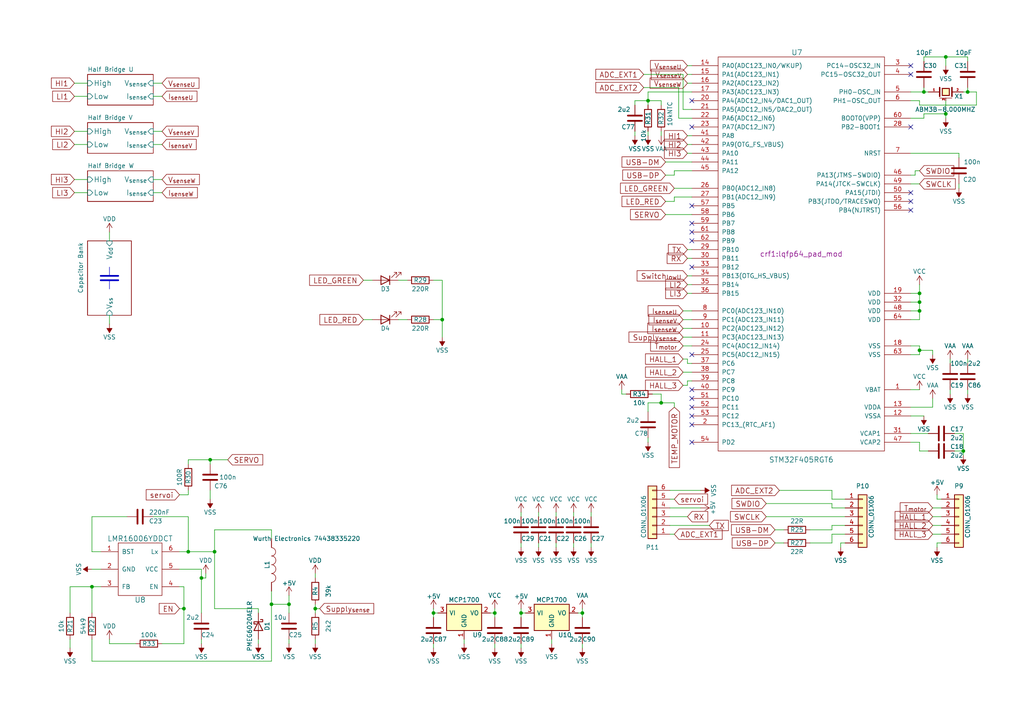
<source format=kicad_sch>
(kicad_sch (version 20230121) (generator eeschema)
  (paper "A4")
  (junction (at 26.67 170.18))
  (junction (at 60.96 133.35))
  (junction (at 54.61 160.02))
  (junction (at 274.32 33.02))
  (junction (at 280.67 26.67))
  (junction (at 53.34 176.53))
  (junction (at 125.73 177.8))
  (junction (at 58.42 167.64))
  (junction (at 62.23 160.02))
  (junction (at 78.74 175.26))
  (junction (at 128.27 92.71))
  (junction (at 274.32 16.51))
  (junction (at 266.7 85.09))
  (junction (at 187.96 29.21))
  (junction (at 191.77 116.84))
  (junction (at 267.97 26.67))
  (junction (at 83.82 175.26))
  (junction (at 151.13 177.8))
  (junction (at 266.7 101.6))
  (junction (at 168.91 177.8))
  (junction (at 279.4 130.81))
  (junction (at 91.44 176.53))
  (junction (at 266.7 90.17))
  (junction (at 143.51 177.8))
  (junction (at 266.7 87.63))
  (no_connect (at 264.16 58.42))
  (no_connect (at 200.66 118.11))
  (no_connect (at 200.66 113.03))
  (no_connect (at 200.66 67.31))
  (no_connect (at 200.66 123.19))
  (no_connect (at 200.66 59.69))
  (no_connect (at 264.16 19.05))
  (no_connect (at 200.66 36.83))
  (no_connect (at 200.66 69.85))
  (no_connect (at 264.16 36.83))
  (no_connect (at 200.66 29.21))
  (no_connect (at 200.66 115.57))
  (no_connect (at 200.66 102.87))
  (no_connect (at 200.66 64.77))
  (no_connect (at 264.16 55.88))
  (no_connect (at 200.66 128.27))
  (no_connect (at 264.16 21.59))
  (no_connect (at 200.66 120.65))
  (no_connect (at 264.16 60.96))
  (no_connect (at 200.66 77.47))
  (wire (pts (xy 196.85 34.29) (xy 200.66 34.29)))
  (wire (pts (xy 31.75 91.44) (xy 31.75 93.98)))
  (wire (pts (xy 274.32 33.02) (xy 274.32 29.21)))
  (wire (pts (xy 199.39 82.55) (xy 200.66 82.55)))
  (wire (pts (xy 194.31 147.32) (xy 203.2 147.32)))
  (wire (pts (xy 267.97 34.29) (xy 267.97 33.02)))
  (wire (pts (xy 243.84 157.48) (xy 245.11 157.48)))
  (wire (pts (xy 36.83 149.86) (xy 26.67 149.86)))
  (wire (pts (xy 266.7 53.34) (xy 264.16 53.34)))
  (wire (pts (xy 26.67 160.02) (xy 29.21 160.02)))
  (wire (pts (xy 271.78 157.48) (xy 271.78 158.75)))
  (wire (pts (xy 226.06 142.24) (xy 241.3 142.24)))
  (wire (pts (xy 31.75 186.69) (xy 39.37 186.69)))
  (wire (pts (xy 222.25 146.05) (xy 241.3 146.05)))
  (wire (pts (xy 264.16 87.63) (xy 266.7 87.63)))
  (wire (pts (xy 166.37 148.59) (xy 166.37 149.86)))
  (wire (pts (xy 134.62 185.42) (xy 134.62 186.69)))
  (wire (pts (xy 60.96 133.35) (xy 66.04 133.35)))
  (wire (pts (xy 199.39 105.41) (xy 200.66 105.41)))
  (wire (pts (xy 198.12 104.14) (xy 199.39 104.14)))
  (wire (pts (xy 266.7 49.53) (xy 265.43 49.53)))
  (wire (pts (xy 83.82 186.69) (xy 83.82 185.42)))
  (wire (pts (xy 199.39 80.01) (xy 200.66 80.01)))
  (wire (pts (xy 264.16 34.29) (xy 267.97 34.29)))
  (wire (pts (xy 58.42 167.64) (xy 58.42 165.1)))
  (wire (pts (xy 53.34 186.69) (xy 46.99 186.69)))
  (wire (pts (xy 161.29 157.48) (xy 161.29 158.75)))
  (wire (pts (xy 125.73 92.71) (xy 128.27 92.71)))
  (wire (pts (xy 199.39 39.37) (xy 200.66 39.37)))
  (wire (pts (xy 92.71 176.53) (xy 91.44 176.53)))
  (wire (pts (xy 31.75 67.31) (xy 31.75 69.85)))
  (wire (pts (xy 194.31 144.78) (xy 195.58 144.78)))
  (wire (pts (xy 91.44 167.64) (xy 91.44 166.37)))
  (wire (pts (xy 53.34 170.18) (xy 52.07 170.18)))
  (wire (pts (xy 266.7 87.63) (xy 266.7 90.17)))
  (wire (pts (xy 184.15 29.21) (xy 187.96 29.21)))
  (wire (pts (xy 151.13 186.69) (xy 151.13 187.96)))
  (wire (pts (xy 54.61 143.51) (xy 54.61 142.24)))
  (wire (pts (xy 280.67 26.67) (xy 279.4 26.67)))
  (wire (pts (xy 168.91 176.53) (xy 168.91 177.8)))
  (wire (pts (xy 60.96 144.78) (xy 60.96 142.24)))
  (wire (pts (xy 234.95 153.67) (xy 241.3 153.67)))
  (wire (pts (xy 21.59 55.88) (xy 25.4 55.88)))
  (wire (pts (xy 83.82 172.72) (xy 83.82 175.26)))
  (wire (pts (xy 143.51 176.53) (xy 143.51 177.8)))
  (wire (pts (xy 264.16 102.87) (xy 266.7 102.87)))
  (wire (pts (xy 195.58 57.15) (xy 200.66 57.15)))
  (wire (pts (xy 270.51 101.6) (xy 270.51 102.87)))
  (wire (pts (xy 199.39 74.93) (xy 200.66 74.93)))
  (wire (pts (xy 266.7 101.6) (xy 266.7 100.33)))
  (wire (pts (xy 20.32 170.18) (xy 20.32 177.8)))
  (wire (pts (xy 266.7 128.27) (xy 266.7 130.81)))
  (wire (pts (xy 60.96 133.35) (xy 60.96 134.62)))
  (wire (pts (xy 44.45 38.1) (xy 46.99 38.1)))
  (wire (pts (xy 283.21 30.48) (xy 283.21 26.67)))
  (polyline (pts (xy 29.21 80.01) (xy 34.29 80.01)) (stroke (width 0.5)))
  (wire (pts (xy 283.21 26.67) (xy 280.67 26.67)))
  (wire (pts (xy 264.16 128.27) (xy 266.7 128.27)))
  (wire (pts (xy 194.31 152.4) (xy 205.74 152.4)))
  (wire (pts (xy 199.39 111.76) (xy 199.39 110.49)))
  (wire (pts (xy 54.61 149.86) (xy 54.61 160.02)))
  (wire (pts (xy 125.73 81.28) (xy 128.27 81.28)))
  (wire (pts (xy 44.45 149.86) (xy 54.61 149.86)))
  (wire (pts (xy 118.11 81.28) (xy 115.57 81.28)))
  (wire (pts (xy 53.34 176.53) (xy 53.34 186.69)))
  (wire (pts (xy 191.77 116.84) (xy 187.96 116.84)))
  (wire (pts (xy 187.96 26.67) (xy 187.96 29.21)))
  (wire (pts (xy 264.16 120.65) (xy 267.97 120.65)))
  (wire (pts (xy 21.59 24.13) (xy 25.4 24.13)))
  (wire (pts (xy 266.7 101.6) (xy 270.51 101.6)))
  (wire (pts (xy 270.51 118.11) (xy 270.51 115.57)))
  (wire (pts (xy 199.39 110.49) (xy 200.66 110.49)))
  (wire (pts (xy 274.32 34.29) (xy 274.32 33.02)))
  (wire (pts (xy 264.16 125.73) (xy 269.24 125.73)))
  (wire (pts (xy 279.4 130.81) (xy 279.4 132.08)))
  (wire (pts (xy 198.12 111.76) (xy 199.39 111.76)))
  (wire (pts (xy 107.95 92.71) (xy 105.41 92.71)))
  (wire (pts (xy 280.67 25.4) (xy 280.67 26.67)))
  (wire (pts (xy 160.02 185.42) (xy 160.02 186.69)))
  (wire (pts (xy 241.3 157.48) (xy 241.3 154.94)))
  (wire (pts (xy 224.79 157.48) (xy 227.33 157.48)))
  (wire (pts (xy 267.97 26.67) (xy 269.24 26.67)))
  (wire (pts (xy 58.42 165.1) (xy 52.07 165.1)))
  (wire (pts (xy 58.42 177.8) (xy 58.42 167.64)))
  (wire (pts (xy 125.73 176.53) (xy 125.73 177.8)))
  (wire (pts (xy 276.86 125.73) (xy 279.4 125.73)))
  (wire (pts (xy 52.07 160.02) (xy 54.61 160.02)))
  (wire (pts (xy 166.37 157.48) (xy 166.37 158.75)))
  (wire (pts (xy 199.39 104.14) (xy 199.39 105.41)))
  (wire (pts (xy 199.39 85.09) (xy 200.66 85.09)))
  (wire (pts (xy 83.82 175.26) (xy 78.74 175.26)))
  (wire (pts (xy 264.16 90.17) (xy 266.7 90.17)))
  (wire (pts (xy 26.67 170.18) (xy 29.21 170.18)))
  (wire (pts (xy 264.16 118.11) (xy 270.51 118.11)))
  (wire (pts (xy 266.7 113.03) (xy 264.16 113.03)))
  (wire (pts (xy 222.25 149.86) (xy 245.11 149.86)))
  (wire (pts (xy 168.91 186.69) (xy 168.91 187.96)))
  (wire (pts (xy 273.05 144.78) (xy 271.78 144.78)))
  (wire (pts (xy 241.3 146.05) (xy 241.3 147.32)))
  (wire (pts (xy 161.29 148.59) (xy 161.29 149.86)))
  (wire (pts (xy 264.16 26.67) (xy 267.97 26.67)))
  (wire (pts (xy 266.7 130.81) (xy 269.24 130.81)))
  (wire (pts (xy 44.45 52.07) (xy 46.99 52.07)))
  (wire (pts (xy 156.21 157.48) (xy 156.21 158.75)))
  (wire (pts (xy 280.67 16.51) (xy 280.67 17.78)))
  (wire (pts (xy 234.95 157.48) (xy 241.3 157.48)))
  (wire (pts (xy 270.51 152.4) (xy 273.05 152.4)))
  (wire (pts (xy 191.77 38.1) (xy 191.77 39.37)))
  (wire (pts (xy 198.12 92.71) (xy 200.66 92.71)))
  (wire (pts (xy 198.12 97.79) (xy 200.66 97.79)))
  (wire (pts (xy 142.24 177.8) (xy 143.51 177.8)))
  (wire (pts (xy 91.44 177.8) (xy 91.44 176.53)))
  (wire (pts (xy 168.91 177.8) (xy 167.64 177.8)))
  (wire (pts (xy 26.67 185.42) (xy 26.67 191.77)))
  (wire (pts (xy 195.58 116.84) (xy 191.77 116.84)))
  (wire (pts (xy 107.95 81.28) (xy 105.41 81.28)))
  (wire (pts (xy 78.74 153.67) (xy 62.23 153.67)))
  (wire (pts (xy 54.61 160.02) (xy 62.23 160.02)))
  (wire (pts (xy 265.43 49.53) (xy 265.43 50.8)))
  (wire (pts (xy 195.58 54.61) (xy 200.66 54.61)))
  (wire (pts (xy 195.58 50.8) (xy 195.58 49.53)))
  (wire (pts (xy 52.07 143.51) (xy 54.61 143.51)))
  (wire (pts (xy 280.67 104.14) (xy 280.67 105.41)))
  (wire (pts (xy 191.77 114.3) (xy 191.77 116.84)))
  (wire (pts (xy 20.32 170.18) (xy 26.67 170.18)))
  (wire (pts (xy 191.77 29.21) (xy 191.77 30.48)))
  (wire (pts (xy 53.34 170.18) (xy 53.34 176.53)))
  (wire (pts (xy 195.58 58.42) (xy 195.58 57.15)))
  (wire (pts (xy 193.04 62.23) (xy 200.66 62.23)))
  (wire (pts (xy 270.51 154.94) (xy 273.05 154.94)))
  (wire (pts (xy 62.23 153.67) (xy 62.23 160.02)))
  (wire (pts (xy 193.04 46.99) (xy 200.66 46.99)))
  (wire (pts (xy 44.45 27.94) (xy 46.99 27.94)))
  (wire (pts (xy 266.7 90.17) (xy 266.7 92.71)))
  (wire (pts (xy 59.69 167.64) (xy 58.42 167.64)))
  (wire (pts (xy 151.13 157.48) (xy 151.13 158.75)))
  (wire (pts (xy 125.73 177.8) (xy 127 177.8)))
  (wire (pts (xy 198.12 100.33) (xy 200.66 100.33)))
  (wire (pts (xy 74.93 186.69) (xy 74.93 185.42)))
  (wire (pts (xy 199.39 44.45) (xy 200.66 44.45)))
  (wire (pts (xy 264.16 29.21) (xy 266.7 29.21)))
  (wire (pts (xy 156.21 148.59) (xy 156.21 149.86)))
  (wire (pts (xy 266.7 85.09) (xy 264.16 85.09)))
  (wire (pts (xy 241.3 142.24) (xy 241.3 144.78)))
  (wire (pts (xy 128.27 81.28) (xy 128.27 92.71)))
  (wire (pts (xy 125.73 177.8) (xy 125.73 179.07)))
  (wire (pts (xy 91.44 176.53) (xy 91.44 175.26)))
  (wire (pts (xy 187.96 29.21) (xy 191.77 29.21)))
  (wire (pts (xy 189.23 114.3) (xy 191.77 114.3)))
  (wire (pts (xy 241.3 144.78) (xy 245.11 144.78)))
  (wire (pts (xy 21.59 27.94) (xy 25.4 27.94)))
  (wire (pts (xy 26.67 170.18) (xy 26.67 177.8)))
  (wire (pts (xy 187.96 38.1) (xy 187.96 39.37)))
  (wire (pts (xy 270.51 147.32) (xy 273.05 147.32)))
  (wire (pts (xy 59.69 166.37) (xy 59.69 167.64)))
  (wire (pts (xy 199.39 24.13) (xy 200.66 24.13)))
  (wire (pts (xy 266.7 102.87) (xy 266.7 101.6)))
  (wire (pts (xy 194.31 154.94) (xy 195.58 154.94)))
  (wire (pts (xy 270.51 149.86) (xy 273.05 149.86)))
  (wire (pts (xy 266.7 92.71) (xy 264.16 92.71)))
  (wire (pts (xy 186.69 25.4) (xy 196.85 25.4)))
  (wire (pts (xy 198.12 90.17) (xy 200.66 90.17)))
  (wire (pts (xy 44.45 41.91) (xy 46.99 41.91)))
  (wire (pts (xy 151.13 177.8) (xy 151.13 179.07)))
  (wire (pts (xy 265.43 50.8) (xy 264.16 50.8)))
  (wire (pts (xy 143.51 177.8) (xy 143.51 179.07)))
  (wire (pts (xy 241.3 147.32) (xy 245.11 147.32)))
  (wire (pts (xy 168.91 177.8) (xy 168.91 179.07)))
  (wire (pts (xy 199.39 72.39) (xy 200.66 72.39)))
  (wire (pts (xy 193.04 58.42) (xy 195.58 58.42)))
  (wire (pts (xy 78.74 191.77) (xy 78.74 175.26)))
  (wire (pts (xy 151.13 177.8) (xy 152.4 177.8)))
  (wire (pts (xy 273.05 157.48) (xy 271.78 157.48)))
  (wire (pts (xy 278.13 54.61) (xy 278.13 53.34)))
  (wire (pts (xy 78.74 153.67) (xy 78.74 156.21)))
  (wire (pts (xy 195.58 49.53) (xy 200.66 49.53)))
  (wire (pts (xy 274.32 19.05) (xy 274.32 16.51)))
  (wire (pts (xy 280.67 113.03) (xy 280.67 114.3)))
  (wire (pts (xy 21.59 52.07) (xy 25.4 52.07)))
  (wire (pts (xy 279.4 130.81) (xy 276.86 130.81)))
  (wire (pts (xy 194.31 149.86) (xy 199.39 149.86)))
  (wire (pts (xy 180.34 114.3) (xy 181.61 114.3)))
  (wire (pts (xy 199.39 19.05) (xy 200.66 19.05)))
  (wire (pts (xy 275.59 113.03) (xy 275.59 114.3)))
  (wire (pts (xy 171.45 148.59) (xy 171.45 149.86)))
  (wire (pts (xy 278.13 44.45) (xy 278.13 45.72)))
  (wire (pts (xy 266.7 82.55) (xy 266.7 85.09)))
  (polyline (pts (xy 29.21 81.28) (xy 34.29 81.28)) (stroke (width 0.5)))
  (wire (pts (xy 184.15 30.48) (xy 184.15 29.21)))
  (wire (pts (xy 20.32 187.96) (xy 20.32 185.42)))
  (wire (pts (xy 198.12 107.95) (xy 200.66 107.95)))
  (wire (pts (xy 278.13 44.45) (xy 264.16 44.45)))
  (wire (pts (xy 83.82 175.26) (xy 83.82 177.8)))
  (wire (pts (xy 44.45 55.88) (xy 46.99 55.88)))
  (wire (pts (xy 91.44 186.69) (xy 91.44 185.42)))
  (wire (pts (xy 187.96 127) (xy 187.96 128.27)))
  (wire (pts (xy 187.96 26.67) (xy 200.66 26.67)))
  (wire (pts (xy 78.74 175.26) (xy 78.74 171.45)))
  (wire (pts (xy 193.04 50.8) (xy 195.58 50.8)))
  (polyline (pts (xy 31.75 77.47) (xy 31.75 80.01)))
  (polyline (pts (xy 31.75 81.28) (xy 31.75 83.82)))
  (wire (pts (xy 21.59 38.1) (xy 25.4 38.1)))
  (wire (pts (xy 195.58 118.11) (xy 195.58 116.84)))
  (wire (pts (xy 52.07 176.53) (xy 53.34 176.53)))
  (wire (pts (xy 115.57 92.71) (xy 118.11 92.71)))
  (wire (pts (xy 199.39 21.59) (xy 200.66 21.59)))
  (wire (pts (xy 266.7 85.09) (xy 266.7 87.63)))
  (wire (pts (xy 267.97 16.51) (xy 274.32 16.51)))
  (wire (pts (xy 151.13 176.53) (xy 151.13 177.8)))
  (wire (pts (xy 54.61 133.35) (xy 54.61 134.62)))
  (wire (pts (xy 198.12 21.59) (xy 198.12 31.75)))
  (wire (pts (xy 199.39 41.91) (xy 200.66 41.91)))
  (wire (pts (xy 267.97 33.02) (xy 274.32 33.02)))
  (wire (pts (xy 184.15 39.37) (xy 184.15 38.1)))
  (wire (pts (xy 198.12 95.25) (xy 200.66 95.25)))
  (wire (pts (xy 54.61 133.35) (xy 60.96 133.35)))
  (wire (pts (xy 267.97 17.78) (xy 267.97 16.51)))
  (wire (pts (xy 180.34 113.03) (xy 180.34 114.3)))
  (wire (pts (xy 26.67 191.77) (xy 78.74 191.77)))
  (wire (pts (xy 241.3 152.4) (xy 245.11 152.4)))
  (wire (pts (xy 171.45 157.48) (xy 171.45 158.75)))
  (wire (pts (xy 224.79 153.67) (xy 227.33 153.67)))
  (wire (pts (xy 26.67 165.1) (xy 29.21 165.1)))
  (wire (pts (xy 26.67 149.86) (xy 26.67 160.02)))
  (wire (pts (xy 186.69 21.59) (xy 198.12 21.59)))
  (wire (pts (xy 143.51 186.69) (xy 143.51 187.96)))
  (wire (pts (xy 31.75 185.42) (xy 31.75 186.69)))
  (wire (pts (xy 128.27 97.79) (xy 128.27 92.71)))
  (wire (pts (xy 74.93 176.53) (xy 62.23 176.53)))
  (wire (pts (xy 74.93 177.8) (xy 74.93 176.53)))
  (wire (pts (xy 194.31 142.24) (xy 203.2 142.24)))
  (wire (pts (xy 241.3 153.67) (xy 241.3 152.4)))
  (wire (pts (xy 187.96 116.84) (xy 187.96 119.38)))
  (wire (pts (xy 62.23 160.02) (xy 62.23 176.53)))
  (wire (pts (xy 266.7 30.48) (xy 283.21 30.48)))
  (wire (pts (xy 241.3 154.94) (xy 245.11 154.94)))
  (wire (pts (xy 266.7 29.21) (xy 266.7 30.48)))
  (wire (pts (xy 198.12 31.75) (xy 200.66 31.75)))
  (wire (pts (xy 274.32 16.51) (xy 280.67 16.51)))
  (wire (pts (xy 279.4 125.73) (xy 279.4 130.81)))
  (wire (pts (xy 243.84 158.75) (xy 243.84 157.48)))
  (wire (pts (xy 58.42 186.69) (xy 58.42 185.42)))
  (wire (pts (xy 44.45 24.13) (xy 46.99 24.13)))
  (wire (pts (xy 151.13 148.59) (xy 151.13 149.86)))
  (wire (pts (xy 267.97 25.4) (xy 267.97 26.67)))
  (wire (pts (xy 21.59 41.91) (xy 25.4 41.91)))
  (wire (pts (xy 187.96 29.21) (xy 187.96 30.48)))
  (wire (pts (xy 271.78 144.78) (xy 271.78 143.51)))
  (wire (pts (xy 275.59 104.14) (xy 275.59 105.41)))
  (wire (pts (xy 266.7 100.33) (xy 264.16 100.33)))
  (wire (pts (xy 196.85 25.4) (xy 196.85 34.29)))
  (wire (pts (xy 125.73 187.96) (xy 125.73 186.69)))
  (global_label "RX" (shape input) (at 199.39 74.93 180) (effects (font (size 1.524 1.524))) (property "Intersheetrefs" "${INTERSHEET_REFS}" (effects hide)))
  (global_label "HALL_3" (shape input) (at 198.12 111.76 180) (effects (font (size 1.524 1.524))) (property "Intersheetrefs" "${INTERSHEET_REFS}" (effects hide)))
  (global_label "HI1" (shape input) (at 199.39 39.37 180) (effects (font (size 1.524 1.524))) (property "Intersheetrefs" "${INTERSHEET_REFS}" (effects hide)))
  (global_label "V_{senseU}" (shape input) (at 46.99 24.13 0) (effects (font (size 1.524 1.524))) (property "Intersheetrefs" "${INTERSHEET_REFS}" (effects hide)))
  (global_label "HALL_2" (shape input) (at 270.51 152.4 180) (effects (font (size 1.524 1.524))) (property "Intersheetrefs" "${INTERSHEET_REFS}" (effects hide)))
  (global_label "HALL_2" (shape input) (at 198.12 107.95 180) (effects (font (size 1.524 1.524))) (property "Intersheetrefs" "${INTERSHEET_REFS}" (effects hide)))
  (global_label "SERVO" (shape input) (at 66.04 133.35 0) (effects (font (size 1.524 1.524))) (property "Intersheetrefs" "${INTERSHEET_REFS}" (effects hide)))
  (global_label "servoi" (shape input) (at 52.07 143.51 180) (effects (font (size 1.524 1.524))) (property "Intersheetrefs" "${INTERSHEET_REFS}" (effects hide)))
  (global_label "I_{senseV}" (shape input) (at 198.12 92.71 180) (effects (font (size 1.524 1.524))) (property "Intersheetrefs" "${INTERSHEET_REFS}" (effects hide)))
  (global_label "USB-DP" (shape input) (at 193.04 50.8 180) (effects (font (size 1.524 1.524))) (property "Intersheetrefs" "${INTERSHEET_REFS}" (effects hide)))
  (global_label "I_{senseU}" (shape input) (at 46.99 27.94 0) (effects (font (size 1.524 1.524))) (property "Intersheetrefs" "${INTERSHEET_REFS}" (effects hide)))
  (global_label "EN" (shape input) (at 52.07 176.53 180) (effects (font (size 1.524 1.524))) (property "Intersheetrefs" "${INTERSHEET_REFS}" (effects hide)))
  (global_label "I_{senseW}" (shape input) (at 198.12 95.25 180) (effects (font (size 1.524 1.524))) (property "Intersheetrefs" "${INTERSHEET_REFS}" (effects hide)))
  (global_label "SWCLK" (shape input) (at 266.7 53.34 0) (effects (font (size 1.524 1.524))) (property "Intersheetrefs" "${INTERSHEET_REFS}" (effects hide)))
  (global_label "HI3" (shape input) (at 21.59 52.07 180) (effects (font (size 1.524 1.524))) (property "Intersheetrefs" "${INTERSHEET_REFS}" (effects hide)))
  (global_label "TX" (shape input) (at 205.74 152.4 0) (effects (font (size 1.524 1.524))) (property "Intersheetrefs" "${INTERSHEET_REFS}" (effects hide)))
  (global_label "SWCLK" (shape input) (at 222.25 149.86 180) (effects (font (size 1.524 1.524))) (property "Intersheetrefs" "${INTERSHEET_REFS}" (effects hide)))
  (global_label "HI3" (shape input) (at 199.39 44.45 180) (effects (font (size 1.524 1.524))) (property "Intersheetrefs" "${INTERSHEET_REFS}" (effects hide)))
  (global_label "I_{senseV}" (shape input) (at 46.99 41.91 0) (effects (font (size 1.524 1.524))) (property "Intersheetrefs" "${INTERSHEET_REFS}" (effects hide)))
  (global_label "Supply_{sense}" (shape input) (at 92.71 176.53 0) (effects (font (size 1.524 1.524))) (property "Intersheetrefs" "${INTERSHEET_REFS}" (effects hide)))
  (global_label "HALL_1" (shape input) (at 198.12 104.14 180) (effects (font (size 1.524 1.524))) (property "Intersheetrefs" "${INTERSHEET_REFS}" (effects hide)))
  (global_label "RX" (shape input) (at 199.39 149.86 0) (effects (font (size 1.524 1.524))) (property "Intersheetrefs" "${INTERSHEET_REFS}" (effects hide)))
  (global_label "V_{senseW}" (shape input) (at 46.99 52.07 0) (effects (font (size 1.524 1.524))) (property "Intersheetrefs" "${INTERSHEET_REFS}" (effects hide)))
  (global_label "LED_GREEN" (shape input) (at 105.41 81.28 180) (effects (font (size 1.524 1.524))) (property "Intersheetrefs" "${INTERSHEET_REFS}" (effects hide)))
  (global_label "SERVO" (shape input) (at 193.04 62.23 180) (effects (font (size 1.524 1.524))) (property "Intersheetrefs" "${INTERSHEET_REFS}" (effects hide)))
  (global_label "LED_GREEN" (shape input) (at 195.58 54.61 180) (effects (font (size 1.524 1.524))) (property "Intersheetrefs" "${INTERSHEET_REFS}" (effects hide)))
  (global_label "TEMP_MOTOR" (shape input) (at 195.58 118.11 270) (effects (font (size 1.524 1.524))) (property "Intersheetrefs" "${INTERSHEET_REFS}" (effects hide)))
  (global_label "SWDIO" (shape input) (at 222.25 146.05 180) (effects (font (size 1.524 1.524))) (property "Intersheetrefs" "${INTERSHEET_REFS}" (effects hide)))
  (global_label "ADC_EXT2" (shape input) (at 226.06 142.24 180) (effects (font (size 1.524 1.524))) (property "Intersheetrefs" "${INTERSHEET_REFS}" (effects hide)))
  (global_label "I_{senseU}" (shape input) (at 198.12 90.17 180) (effects (font (size 1.524 1.524))) (property "Intersheetrefs" "${INTERSHEET_REFS}" (effects hide)))
  (global_label "LI3" (shape input) (at 199.39 85.09 180) (effects (font (size 1.524 1.524))) (property "Intersheetrefs" "${INTERSHEET_REFS}" (effects hide)))
  (global_label "LED_RED" (shape input) (at 105.41 92.71 180) (effects (font (size 1.524 1.524))) (property "Intersheetrefs" "${INTERSHEET_REFS}" (effects hide)))
  (global_label "HALL_3" (shape input) (at 270.51 154.94 180) (effects (font (size 1.524 1.524))) (property "Intersheetrefs" "${INTERSHEET_REFS}" (effects hide)))
  (global_label "LED_RED" (shape input) (at 193.04 58.42 180) (effects (font (size 1.524 1.524))) (property "Intersheetrefs" "${INTERSHEET_REFS}" (effects hide)))
  (global_label "HALL_1" (shape input) (at 270.51 149.86 180) (effects (font (size 1.524 1.524))) (property "Intersheetrefs" "${INTERSHEET_REFS}" (effects hide)))
  (global_label "USB-DM" (shape input) (at 224.79 153.67 180) (effects (font (size 1.524 1.524))) (property "Intersheetrefs" "${INTERSHEET_REFS}" (effects hide)))
  (global_label "LI2" (shape input) (at 21.59 41.91 180) (effects (font (size 1.524 1.524))) (property "Intersheetrefs" "${INTERSHEET_REFS}" (effects hide)))
  (global_label "HI2" (shape input) (at 199.39 41.91 180) (effects (font (size 1.524 1.524))) (property "Intersheetrefs" "${INTERSHEET_REFS}" (effects hide)))
  (global_label "Supply_{sense}" (shape input) (at 198.12 97.79 180) (effects (font (size 1.524 1.524))) (property "Intersheetrefs" "${INTERSHEET_REFS}" (effects hide)))
  (global_label "Switch_{lowU}" (shape input) (at 199.39 80.01 180) (effects (font (size 1.524 1.524))) (property "Intersheetrefs" "${INTERSHEET_REFS}" (effects hide)))
  (global_label "LI2" (shape input) (at 199.39 82.55 180) (effects (font (size 1.524 1.524))) (property "Intersheetrefs" "${INTERSHEET_REFS}" (effects hide)))
  (global_label "servoi" (shape input) (at 195.58 144.78 0) (effects (font (size 1.524 1.524))) (property "Intersheetrefs" "${INTERSHEET_REFS}" (effects hide)))
  (global_label "ADC_EXT1" (shape input) (at 195.58 154.94 0) (effects (font (size 1.524 1.524))) (property "Intersheetrefs" "${INTERSHEET_REFS}" (effects hide)))
  (global_label "ADC_EXT2" (shape input) (at 186.69 25.4 180) (effects (font (size 1.524 1.524))) (property "Intersheetrefs" "${INTERSHEET_REFS}" (effects hide)))
  (global_label "HI2" (shape input) (at 21.59 38.1 180) (effects (font (size 1.524 1.524))) (property "Intersheetrefs" "${INTERSHEET_REFS}" (effects hide)))
  (global_label "V_{senseV}" (shape input) (at 46.99 38.1 0) (effects (font (size 1.524 1.524))) (property "Intersheetrefs" "${INTERSHEET_REFS}" (effects hide)))
  (global_label "T_{motor}" (shape input) (at 270.51 147.32 180) (effects (font (size 1.524 1.524))) (property "Intersheetrefs" "${INTERSHEET_REFS}" (effects hide)))
  (global_label "LI1" (shape input) (at 21.59 27.94 180) (effects (font (size 1.524 1.524))) (property "Intersheetrefs" "${INTERSHEET_REFS}" (effects hide)))
  (global_label "ADC_EXT1" (shape input) (at 186.69 21.59 180) (effects (font (size 1.524 1.524))) (property "Intersheetrefs" "${INTERSHEET_REFS}" (effects hide)))
  (global_label "USB-DM" (shape input) (at 193.04 46.99 180) (effects (font (size 1.524 1.524))) (property "Intersheetrefs" "${INTERSHEET_REFS}" (effects hide)))
  (global_label "V_{senseU}" (shape input) (at 199.39 19.05 180) (effects (font (size 1.524 1.524))) (property "Intersheetrefs" "${INTERSHEET_REFS}" (effects hide)))
  (global_label "V_{senseV}" (shape input) (at 199.39 21.59 180) (effects (font (size 1.524 1.524))) (property "Intersheetrefs" "${INTERSHEET_REFS}" (effects hide)))
  (global_label "I_{senseW}" (shape input) (at 46.99 55.88 0) (effects (font (size 1.524 1.524))) (property "Intersheetrefs" "${INTERSHEET_REFS}" (effects hide)))
  (global_label "V_{senseW}" (shape input) (at 199.39 24.13 180) (effects (font (size 1.524 1.524))) (property "Intersheetrefs" "${INTERSHEET_REFS}" (effects hide)))
  (global_label "T_{motor}" (shape input) (at 198.12 100.33 180) (effects (font (size 1.524 1.524))) (property "Intersheetrefs" "${INTERSHEET_REFS}" (effects hide)))
  (global_label "HI1" (shape input) (at 21.59 24.13 180) (effects (font (size 1.524 1.524))) (property "Intersheetrefs" "${INTERSHEET_REFS}" (effects hide)))
  (global_label "USB-DP" (shape input) (at 224.79 157.48 180) (effects (font (size 1.524 1.524))) (property "Intersheetrefs" "${INTERSHEET_REFS}" (effects hide)))
  (global_label "SWDIO" (shape input) (at 266.7 49.53 0) (effects (font (size 1.524 1.524))) (property "Intersheetrefs" "${INTERSHEET_REFS}" (effects hide)))
  (global_label "TX" (shape input) (at 199.39 72.39 180) (effects (font (size 1.524 1.524))) (property "Intersheetrefs" "${INTERSHEET_REFS}" (effects hide)))
  (global_label "LI3" (shape input) (at 21.59 55.88 180) (effects (font (size 1.524 1.524))) (property "Intersheetrefs" "${INTERSHEET_REFS}" (effects hide)))
  (symbol (lib_id "MINI VESC-rescue:STM32F40X_LQFP64-RESCUE-MINI_VESC") (at 232.41 73.66 0) (unit 1)
    (property "Reference" "U7" (at 231.14 15.24 0) (effects (font (size 1.524 1.524))))
    (property "Value" "STM32F405RGT6" (at 232.41 133.35 0) (effects (font (size 1.524 1.524))))
    (property "Footprint" "crf1:lqfp64_pad_mod" (at 232.41 73.66 0) (effects (font (size 1.524 1.524))))
  )
  (symbol (lib_id "Device:R") (at 91.44 171.45 0) (unit 1)
    (property "Reference" "R4" (at 91.44 171.45 90))
    (property "Value" "39k" (at 95.25 171.45 90))
    (property "Footprint" "Resistor_SMD:R_0603_1608Metric" (effects hide))
  )
  (symbol (lib_id "Device:R") (at 91.44 181.61 180) (unit 1)
    (property "Reference" "R5" (at 91.44 181.61 90))
    (property "Value" "2k2" (at 95.25 181.61 90))
    (property "Footprint" "Resistor_SMD:R_0603_1608Metric" (effects hide))
  )
  (symbol (lib_id "power:VSS") (at 91.44 186.69 180) (unit 1)
    (property "Reference" "#PWR024" (effects hide))
    (property "Value" "VSS" (at 91.44 190.5 0))
  )
  (symbol (lib_id "power:VDD") (at 91.44 166.37 0) (unit 1)
    (property "Reference" "#PWR025" (effects hide))
    (property "Value" "VDD" (at 91.44 162.56 0))
  )
  (symbol (lib_id "Power:VCC") (at 266.7 82.55 0) (unit 1)
    (property "Reference" "#PWR026" (effects hide))
    (property "Value" "VCC" (at 266.7 78.74 0))
  )
  (symbol (lib_id "power:VSS") (at 270.51 102.87 180) (unit 1)
    (property "Reference" "#PWR027" (effects hide))
    (property "Value" "VSS" (at 270.51 106.68 0))
  )
  (symbol (lib_id "Power:VCC") (at 266.7 113.03 0) (unit 1)
    (property "Reference" "#PWR028" (effects hide))
    (property "Value" "VCC" (at 266.7 109.22 0))
  )
  (symbol (lib_id "Device:C") (at 275.59 109.22 0) (unit 1)
    (property "Reference" "C19" (at 275.59 111.76 0) (effects (justify left)))
    (property "Value" "100n" (at 275.59 105.41 0) (effects (justify left)))
    (property "Footprint" "Capacitor_SMD:C_0603_1608Metric" (effects hide))
  )
  (symbol (lib_id "Device:C") (at 156.21 153.67 0) (unit 1)
    (property "Reference" "C21" (at 156.21 156.21 0) (effects (justify left)))
    (property "Value" "100n" (at 151.13 151.13 0) (effects (justify left)))
    (property "Footprint" "Capacitor_SMD:C_0603_1608Metric" (effects hide))
  )
  (symbol (lib_id "Device:C") (at 273.05 125.73 270) (unit 1)
    (property "Reference" "C17" (at 275.59 124.46 90) (effects (justify left)))
    (property "Value" "2u2" (at 275.59 127 90) (effects (justify left)))
    (property "Footprint" "Capacitor_SMD:C_0603_1608Metric" (effects hide))
  )
  (symbol (lib_id "Device:C") (at 273.05 130.81 270) (unit 1)
    (property "Reference" "C18" (at 275.59 129.54 90) (effects (justify left)))
    (property "Value" "2u2" (at 275.59 132.08 90) (effects (justify left)))
    (property "Footprint" "Capacitor_SMD:C_0603_1608Metric" (effects hide))
  )
  (symbol (lib_id "power:VSS") (at 279.4 132.08 180) (unit 1)
    (property "Reference" "#PWR029" (effects hide))
    (property "Value" "VSS" (at 279.4 135.89 0))
  )
  (symbol (lib_id "Device:C") (at 278.13 49.53 180) (unit 1)
    (property "Reference" "C20" (at 283.21 52.07 0) (effects (justify left)))
    (property "Value" "100n" (at 284.48 46.99 0) (effects (justify left)))
    (property "Footprint" "Capacitor_SMD:C_0603_1608Metric" (effects hide))
  )
  (symbol (lib_id "power:VSS") (at 278.13 54.61 180) (unit 1)
    (property "Reference" "#PWR030" (effects hide))
    (property "Value" "VSS" (at 278.13 58.42 0))
  )
  (symbol (lib_id "MINI VESC-rescue:BD9G101G-RESCUE-MINI_VESC") (at 40.64 165.1 0) (unit 1)
    (property "Reference" "U8" (at 40.64 173.99 0) (effects (font (size 1.524 1.524))))
    (property "Value" "LMR16006YDDCT" (at 40.64 156.21 0) (effects (font (size 1.524 1.524))))
    (property "Footprint" "TO_SOT_Packages_SMD:SOT-23-6" (effects hide))
  )
  (symbol (lib_id "Device:C") (at 40.64 149.86 270) (unit 1)
    (property "Reference" "C23" (at 43.18 151.13 90) (effects (justify left)))
    (property "Value" "220nF" (at 43.18 148.59 90) (effects (justify left)))
    (property "Footprint" "Capacitor_SMD:C_0603_1608Metric" (effects hide))
  )
  (symbol (lib_id "Device:C") (at 58.42 181.61 180) (unit 1)
    (property "Reference" "C24" (at 62.23 184.15 0) (effects (justify left)))
    (property "Value" "2u2" (at 57.785 179.07 0) (effects (justify left)))
    (property "Footprint" "Capacitor_SMD:C_1206_3216Metric" (effects hide))
  )
  (symbol (lib_id "Device:C") (at 83.82 181.61 180) (unit 1)
    (property "Reference" "C25" (at 87.63 184.15 0) (effects (justify left)))
    (property "Value" "10u" (at 83.185 179.07 0) (effects (justify left)))
    (property "Footprint" "Capacitor_SMD:C_1206_3216Metric" (effects hide))
  )
  (symbol (lib_id "Device:D_Schottky") (at 74.93 181.61 270) (unit 1)
    (property "Reference" "D1" (at 77.47 181.61 0))
    (property "Value" "PMEG6020AELR" (at 72.39 181.61 0))
    (property "Footprint" "Diodes_SMD:D_SOD-123" (effects hide))
  )
  (symbol (lib_id "power:VSS") (at 74.93 186.69 180) (unit 1)
    (property "Reference" "#PWR034" (effects hide))
    (property "Value" "VSS" (at 74.93 190.5 0))
  )
  (symbol (lib_id "power:VSS") (at 83.82 186.69 180) (unit 1)
    (property "Reference" "#PWR035" (effects hide))
    (property "Value" "VSS" (at 83.82 190.5 0))
  )
  (symbol (lib_id "power:VSS") (at 58.42 186.69 180) (unit 1)
    (property "Reference" "#PWR036" (effects hide))
    (property "Value" "VSS" (at 58.42 190.5 0))
  )
  (symbol (lib_id "power:VSS") (at 26.67 165.1 90) (unit 1)
    (property "Reference" "#PWR037" (effects hide))
    (property "Value" "VSS" (at 22.86 165.1 0))
  )
  (symbol (lib_id "power:VDD") (at 59.69 166.37 0) (unit 1)
    (property "Reference" "#PWR038" (effects hide))
    (property "Value" "VDD" (at 59.69 162.56 0))
  )
  (symbol (lib_id "power:VSS") (at 20.32 187.96 180) (unit 1)
    (property "Reference" "#PWR039" (effects hide))
    (property "Value" "VSS" (at 20.32 191.77 0))
  )
  (symbol (lib_id "Device:R") (at 26.67 181.61 180) (unit 1)
    (property "Reference" "R22" (at 26.67 181.61 90))
    (property "Value" "54k9" (at 24.13 181.61 90))
    (property "Footprint" "Resistor_SMD:R_0603_1608Metric" (effects hide))
  )
  (symbol (lib_id "Device:R") (at 20.32 181.61 180) (unit 1)
    (property "Reference" "R21" (at 20.32 181.61 90))
    (property "Value" "10k" (at 17.78 181.61 90))
    (property "Footprint" "Resistor_SMD:R_0603_1608Metric" (effects hide))
  )
  (symbol (lib_id "Device:R") (at 231.14 153.67 270) (unit 1)
    (property "Reference" "R25" (at 231.14 153.67 90))
    (property "Value" "22R" (at 231.14 151.13 90))
    (property "Footprint" "Resistor_SMD:R_0603_1608Metric" (effects hide))
  )
  (symbol (lib_id "Device:R") (at 231.14 157.48 270) (unit 1)
    (property "Reference" "R27" (at 231.14 157.48 90))
    (property "Value" "22R" (at 231.14 160.02 90))
    (property "Footprint" "Resistor_SMD:R_0603_1608Metric" (effects hide))
  )
  (symbol (lib_id "power:VSS") (at 271.78 158.75 180) (unit 1)
    (property "Reference" "#PWR040" (effects hide))
    (property "Value" "VSS" (at 271.78 162.56 0))
  )
  (symbol (lib_id "Connector_Generic:Conn_01x06") (at 278.13 149.86 0) (unit 1)
    (property "Reference" "P9" (at 278.13 140.97 0))
    (property "Value" "CONN_01X06" (at 280.67 149.86 90))
    (property "Footprint" "kicad_subory:JST_ZH_1.5_6-Pin" (effects hide))
  )
  (symbol (lib_id "Connector_Generic:Conn_01x06") (at 250.19 149.86 0) (unit 1)
    (property "Reference" "P10" (at 250.19 140.97 0))
    (property "Value" "CONN_01X06" (at 252.73 149.86 90))
    (property "Footprint" "kicad_subory:JST_ZH_1.5_6-Pin" (effects hide))
  )
  (symbol (lib_id "power:VSS") (at 243.84 158.75 180) (unit 1)
    (property "Reference" "#PWR041" (effects hide))
    (property "Value" "VSS" (at 243.84 162.56 0))
  )
  (symbol (lib_id "Device:LED") (at 111.76 81.28 180) (unit 1)
    (property "Reference" "D3" (at 111.76 83.82 0))
    (property "Value" "LED" (effects hide))
    (property "Footprint" "LED_SMD:LED_0603_1608Metric" (effects hide))
  )
  (symbol (lib_id "Device:LED") (at 111.76 92.71 180) (unit 1)
    (property "Reference" "D4" (at 111.76 95.25 0))
    (property "Value" "LED" (effects hide))
    (property "Footprint" "LED_SMD:LED_0603_1608Metric" (effects hide))
  )
  (symbol (lib_id "Device:R") (at 121.92 81.28 270) (unit 1)
    (property "Reference" "R29" (at 121.92 81.28 90))
    (property "Value" "220R" (at 121.92 83.82 90))
    (property "Footprint" "Resistor_SMD:R_0603_1608Metric" (effects hide))
  )
  (symbol (lib_id "Device:R") (at 121.92 92.71 270) (unit 1)
    (property "Reference" "R28" (at 121.92 92.71 90))
    (property "Value" "220R" (at 121.92 95.25 90))
    (property "Footprint" "Resistor_SMD:R_0603_1608Metric" (effects hide))
  )
  (symbol (lib_id "power:VSS") (at 128.27 97.79 180) (unit 1)
    (property "Reference" "#PWR042" (effects hide))
    (property "Value" "VSS" (at 128.27 101.6 0))
  )
  (symbol (lib_id "MINI VESC-rescue:CRYSTAL_SMD-RESCUE-MINI_VESC") (at 274.32 26.67 0) (unit 1)
    (property "Reference" "X1" (at 278.13 27.94 0))
    (property "Value" "ABM3B-8.000MHZ" (at 265.43 31.75 0) (effects (justify left)))
    (property "Footprint" "mojaKniznica:5x3.2KRISTALL" (effects hide))
  )
  (symbol (lib_id "Device:C") (at 267.97 21.59 180) (unit 1)
    (property "Reference" "C30" (at 271.78 19.05 0) (effects (justify left)))
    (property "Value" "10pF" (at 270.51 15.24 0) (effects (justify left)))
    (property "Footprint" "Capacitor_SMD:C_0603_1608Metric" (effects hide))
  )
  (symbol (lib_id "Device:C") (at 280.67 21.59 180) (unit 1)
    (property "Reference" "C31" (at 280.67 19.05 0) (effects (justify left)))
    (property "Value" "10pF" (at 281.94 15.24 0) (effects (justify left)))
    (property "Footprint" "Capacitor_SMD:C_0603_1608Metric" (effects hide))
  )
  (symbol (lib_id "power:VSS") (at 274.32 34.29 180) (unit 1)
    (property "Reference" "#PWR043" (effects hide))
    (property "Value" "VSS" (at 274.32 38.1 0))
  )
  (symbol (lib_id "power:VSS") (at 274.32 19.05 180) (unit 1)
    (property "Reference" "#PWR044" (effects hide))
    (property "Value" "VSS" (at 274.32 22.86 0))
  )
  (symbol (lib_id "Connector_Generic:Conn_01x06") (at 189.23 149.86 180) (unit 1)
    (property "Reference" "P11" (at 189.23 158.75 0))
    (property "Value" "CONN_01X06" (at 186.69 149.86 90))
    (property "Footprint" "kicad_subory:JST_ZH_1.5_6-Pin" (effects hide))
  )
  (symbol (lib_id "power:VSS") (at 203.2 142.24 270) (unit 1)
    (property "Reference" "#PWR0101" (effects hide))
    (property "Value" "VSS" (at 207.01 142.24 0))
  )
  (symbol (lib_id "Device:R") (at 54.61 138.43 180) (unit 1)
    (property "Reference" "R30" (at 54.61 138.43 90))
    (property "Value" "100R" (at 52.07 138.43 90))
    (property "Footprint" "Resistor_SMD:R_0603_1608Metric" (effects hide))
  )
  (symbol (lib_id "Device:C") (at 60.96 138.43 180) (unit 1)
    (property "Reference" "C76" (at 66.04 140.97 0) (effects (justify left)))
    (property "Value" "100n" (at 68.58 138.43 0) (effects (justify left)))
    (property "Footprint" "Capacitor_SMD:C_0603_1608Metric" (effects hide))
  )
  (symbol (lib_id "power:VSS") (at 60.96 144.78 180) (unit 1)
    (property "Reference" "#PWR0114" (effects hide))
    (property "Value" "VSS" (at 60.96 148.59 0))
  )
  (symbol (lib_id "Device:R") (at 187.96 34.29 180) (unit 1)
    (property "Reference" "R31" (at 187.96 34.29 90))
    (property "Value" "10k" (at 186.69 39.37 90))
    (property "Footprint" "Resistor_SMD:R_0603_1608Metric" (effects hide))
  )
  (symbol (lib_id "Device:R") (at 191.77 34.29 180) (unit 1)
    (property "Reference" "R32" (at 191.77 34.29 90))
    (property "Value" "10kNTC" (at 194.31 33.02 90))
    (property "Footprint" "Resistor_SMD:R_0603_1608Metric" (effects hide))
  )
  (symbol (lib_id "power:VSS") (at 187.96 39.37 180) (unit 1)
    (property "Reference" "#PWR0115" (effects hide))
    (property "Value" "VSS" (at 187.96 43.18 0))
  )
  (symbol (lib_id "Device:R") (at 43.18 186.69 90) (unit 1)
    (property "Reference" "R33" (at 43.18 186.69 90))
    (property "Value" "100k" (at 43.18 184.15 90))
    (property "Footprint" "Resistor_SMD:R_0603_1608Metric" (effects hide))
  )
  (symbol (lib_id "power:VDD") (at 31.75 185.42 0) (unit 1)
    (property "Reference" "#PWR0116" (effects hide))
    (property "Value" "VDD" (at 31.75 181.61 0))
  )
  (symbol (lib_id "power:VSS") (at 187.96 128.27 180) (unit 1)
    (property "Reference" "#PWR0117" (effects hide))
    (property "Value" "VSS" (at 187.96 132.08 0))
  )
  (symbol (lib_id "Device:C") (at 187.96 123.19 180) (unit 1)
    (property "Reference" "C78" (at 187.96 125.73 0) (effects (justify left)))
    (property "Value" "2u2" (at 185.42 121.92 0) (effects (justify left)))
    (property "Footprint" "Capacitor_SMD:C_0603_1608Metric" (effects hide))
  )
  (symbol (lib_id "Device:C") (at 184.15 34.29 180) (unit 1)
    (property "Reference" "C77" (at 184.15 36.83 0) (effects (justify left)))
    (property "Value" "2u2" (at 182.88 31.75 0) (effects (justify left)))
    (property "Footprint" "Capacitor_SMD:C_0603_1608Metric" (effects hide))
  )
  (symbol (lib_id "Device:R") (at 185.42 114.3 90) (unit 1)
    (property "Reference" "R34" (at 185.42 114.3 90))
    (property "Value" "10k" (at 185.42 116.84 90))
    (property "Footprint" "Resistor_SMD:R_0603_1608Metric" (effects hide))
  )
  (symbol (lib_id "Device:C") (at 161.29 153.67 0) (unit 1)
    (property "Reference" "C22" (at 161.29 156.21 0) (effects (justify left)))
    (property "Value" "100n" (at 156.21 151.13 0) (effects (justify left)))
    (property "Footprint" "Capacitor_SMD:C_0603_1608Metric" (effects hide))
  )
  (symbol (lib_id "power:+5V") (at 271.78 143.51 0) (unit 1)
    (property "Reference" "#PWR0189" (effects hide))
    (property "Value" "+5V" (at 271.78 139.954 0))
  )
  (symbol (lib_id "Device:C") (at 166.37 153.67 0) (unit 1)
    (property "Reference" "C26" (at 166.37 156.21 0) (effects (justify left)))
    (property "Value" "100n" (at 161.29 151.13 0) (effects (justify left)))
    (property "Footprint" "Capacitor_SMD:C_0603_1608Metric" (effects hide))
  )
  (symbol (lib_id "Device:C") (at 171.45 153.67 0) (unit 1)
    (property "Reference" "C27" (at 171.45 156.21 0) (effects (justify left)))
    (property "Value" "100n" (at 166.37 151.13 0) (effects (justify left)))
    (property "Footprint" "Capacitor_SMD:C_0603_1608Metric" (effects hide))
  )
  (symbol (lib_id "power:VSS") (at 275.59 114.3 180) (unit 1)
    (property "Reference" "#PWR0159" (effects hide))
    (property "Value" "VSS" (at 275.59 118.11 0))
  )
  (symbol (lib_id "power:VSS") (at 156.21 158.75 180) (unit 1)
    (property "Reference" "#PWR0160" (effects hide))
    (property "Value" "VSS" (at 156.21 162.56 0))
  )
  (symbol (lib_id "power:VSS") (at 161.29 158.75 180) (unit 1)
    (property "Reference" "#PWR0161" (effects hide))
    (property "Value" "VSS" (at 161.29 162.56 0))
  )
  (symbol (lib_id "power:VSS") (at 166.37 158.75 180) (unit 1)
    (property "Reference" "#PWR0162" (effects hide))
    (property "Value" "VSS" (at 166.37 162.56 0))
  )
  (symbol (lib_id "power:VSS") (at 171.45 158.75 180) (unit 1)
    (property "Reference" "#PWR0163" (effects hide))
    (property "Value" "VSS" (at 171.45 162.56 0))
  )
  (symbol (lib_id "Power:VCC") (at 156.21 148.59 0) (unit 1)
    (property "Reference" "#PWR0164" (effects hide))
    (property "Value" "VCC" (at 156.21 144.78 0))
  )
  (symbol (lib_id "Power:VCC") (at 161.29 148.59 0) (unit 1)
    (property "Reference" "#PWR0165" (effects hide))
    (property "Value" "VCC" (at 161.29 144.78 0))
  )
  (symbol (lib_id "Power:VCC") (at 166.37 148.59 0) (unit 1)
    (property "Reference" "#PWR0166" (effects hide))
    (property "Value" "VCC" (at 166.37 144.78 0))
  )
  (symbol (lib_id "Power:VCC") (at 171.45 148.59 0) (unit 1)
    (property "Reference" "#PWR0167" (effects hide))
    (property "Value" "VCC" (at 171.45 144.78 0))
  )
  (symbol (lib_id "power:VSS") (at 267.97 120.65 180) (unit 1)
    (property "Reference" "#PWR0168" (effects hide))
    (property "Value" "VSS" (at 267.97 124.46 0))
  )
  (symbol (lib_id "Device:C") (at 151.13 153.67 0) (unit 1)
    (property "Reference" "C29" (at 151.13 156.21 0) (effects (justify left)))
    (property "Value" "100n" (at 146.05 151.13 0) (effects (justify left)))
    (property "Footprint" "Capacitor_SMD:C_0603_1608Metric" (effects hide))
  )
  (symbol (lib_id "power:VSS") (at 151.13 158.75 180) (unit 1)
    (property "Reference" "#PWR0169" (effects hide))
    (property "Value" "VSS" (at 151.13 162.56 0))
  )
  (symbol (lib_id "Power:VCC") (at 151.13 148.59 0) (unit 1)
    (property "Reference" "#PWR0170" (effects hide))
    (property "Value" "VCC" (at 151.13 144.78 0))
  )
  (symbol (lib_id "power:VAA") (at 180.34 113.03 0) (unit 1)
    (property "Reference" "#PWR0190" (effects hide))
    (property "Value" "VAA" (at 180.34 109.22 0))
  )
  (symbol (lib_id "power:+5V") (at 83.82 172.72 0) (unit 1)
    (property "Reference" "#PWR0155" (effects hide))
    (property "Value" "+5V" (at 83.82 169.164 0))
  )
  (symbol (lib_id "MINI VESC-rescue:INDUCTOR-RESCUE-MINI_VESC") (at 78.74 163.83 0) (unit 1)
    (property "Reference" "L1" (at 77.47 163.83 90))
    (property "Value" "Wurth Electronics 74438335220" (at 88.9 156.21 0))
    (property "Footprint" "mojaKniznica:WE-MAPI" (effects hide))
  )
  (symbol (lib_id "power:+5V") (at 203.2 147.32 270) (unit 1)
    (property "Reference" "#PWR0191" (effects hide))
    (property "Value" "+5V" (at 206.756 147.32 0))
  )
  (symbol (lib_id "Device:C") (at 280.67 109.22 0) (unit 1)
    (property "Reference" "C86" (at 280.67 111.76 0) (effects (justify left)))
    (property "Value" "2u2" (at 280.67 105.41 0) (effects (justify left)))
    (property "Footprint" "Capacitor_SMD:C_0603_1608Metric" (effects hide))
  )
  (symbol (lib_id "power:VSS") (at 280.67 114.3 180) (unit 1)
    (property "Reference" "#PWR0171" (effects hide))
    (property "Value" "VSS" (at 280.67 118.11 0))
  )
  (symbol (lib_id "power:VSS") (at 160.02 186.69 180) (unit 1)
    (property "Reference" "#PWR0172" (effects hide))
    (property "Value" "VSS" (at 160.02 190.5 0))
  )
  (symbol (lib_id "power:VSS") (at 134.62 186.69 180) (unit 1)
    (property "Reference" "#PWR0173" (effects hide))
    (property "Value" "VSS" (at 134.62 190.5 0))
  )
  (symbol (lib_id "power:+5V") (at 125.73 176.53 0) (unit 1)
    (property "Reference" "#PWR0174" (effects hide))
    (property "Value" "+5V" (at 125.73 172.974 0))
  )
  (symbol (lib_id "power:+5V") (at 151.13 176.53 0) (unit 1)
    (property "Reference" "#PWR0175" (effects hide))
    (property "Value" "+5V" (at 151.13 172.974 0))
  )
  (symbol (lib_id "power:VAA") (at 270.51 115.57 0) (unit 1)
    (property "Reference" "#PWR0176" (effects hide))
    (property "Value" "VAA" (at 270.51 111.76 0))
  )
  (symbol (lib_id "power:VAA") (at 168.91 176.53 0) (unit 1)
    (property "Reference" "#PWR0177" (effects hide))
    (property "Value" "VAA" (at 168.91 172.72 0))
  )
  (symbol (lib_id "Power:VCC") (at 143.51 176.53 0) (unit 1)
    (property "Reference" "#PWR0178" (effects hide))
    (property "Value" "VCC" (at 143.51 172.72 0))
  )
  (symbol (lib_id "power:VAA") (at 280.67 104.14 0) (unit 1)
    (property "Reference" "#PWR0179" (effects hide))
    (property "Value" "VAA" (at 280.67 100.33 0))
  )
  (symbol (lib_id "power:VAA") (at 275.59 104.14 0) (unit 1)
    (property "Reference" "#PWR0180" (effects hide))
    (property "Value" "VAA" (at 275.59 100.33 0))
  )
  (symbol (lib_id "Device:C") (at 143.51 182.88 0) (unit 1)
    (property "Reference" "C88" (at 143.51 185.42 0) (effects (justify left)))
    (property "Value" "2u2" (at 139.7 185.42 0) (effects (justify left)))
    (property "Footprint" "Capacitor_SMD:C_0603_1608Metric" (effects hide))
  )
  (symbol (lib_id "power:VSS") (at 143.51 187.96 180) (unit 1)
    (property "Reference" "#PWR0181" (effects hide))
    (property "Value" "VSS" (at 143.51 191.77 0))
  )
  (symbol (lib_id "Device:C") (at 168.91 182.88 0) (unit 1)
    (property "Reference" "C90" (at 168.91 185.42 0) (effects (justify left)))
    (property "Value" "2u2" (at 165.1 185.42 0) (effects (justify left)))
    (property "Footprint" "Capacitor_SMD:C_0603_1608Metric" (effects hide))
  )
  (symbol (lib_id "power:VSS") (at 168.91 187.96 180) (unit 1)
    (property "Reference" "#PWR0182" (effects hide))
    (property "Value" "VSS" (at 168.91 191.77 0))
  )
  (symbol (lib_id "Device:C") (at 151.13 182.88 0) (unit 1)
    (property "Reference" "C89" (at 151.13 185.42 0) (effects (justify left)))
    (property "Value" "2u2" (at 147.32 185.42 0) (effects (justify left)))
    (property "Footprint" "Capacitor_SMD:C_0603_1608Metric" (effects hide))
  )
  (symbol (lib_id "power:VSS") (at 151.13 187.96 180) (unit 1)
    (property "Reference" "#PWR0183" (effects hide))
    (property "Value" "VSS" (at 151.13 191.77 0))
  )
  (symbol (lib_id "Device:C") (at 125.73 182.88 0) (unit 1)
    (property "Reference" "C87" (at 125.73 185.42 0) (effects (justify left)))
    (property "Value" "2u2" (at 121.92 185.42 0) (effects (justify left)))
    (property "Footprint" "Capacitor_SMD:C_0603_1608Metric" (effects hide))
  )
  (symbol (lib_id "power:VSS") (at 125.73 187.96 180) (unit 1)
    (property "Reference" "#PWR0184" (effects hide))
    (property "Value" "VSS" (at 125.73 191.77 0))
  )
  (symbol (lib_id "MINI VESC-rescue:MCP1700-RESCUE-MINI_VESC") (at 134.62 177.8 0) (unit 1)
    (property "Reference" "U9" (at 138.43 184.15 0))
    (property "Value" "MCP1700" (at 134.62 173.99 0))
    (property "Footprint" "TO_SOT_Packages_SMD:SOT-23" (effects hide))
  )
  (symbol (lib_id "MINI VESC-rescue:MCP1700-RESCUE-MINI_VESC") (at 160.02 177.8 0) (unit 1)
    (property "Reference" "U10" (at 163.83 184.15 0))
    (property "Value" "MCP1700" (at 160.02 173.99 0))
    (property "Footprint" "TO_SOT_Packages_SMD:SOT-23" (effects hide))
  )
  (symbol (lib_id "power:VAA") (at 191.77 39.37 180) (unit 1)
    (property "Reference" "#PWR0188" (effects hide))
    (property "Value" "VAA" (at 191.77 43.18 0))
  )
  (symbol (lib_id "power:VSS") (at 184.15 39.37 180) (unit 1)
    (property "Reference" "#PWR0118" (effects hide))
    (property "Value" "VSS" (at 184.15 43.18 0))
  )
  (symbol (lib_id "power:VDD") (at 31.75 67.31 0) (unit 1)
    (property "Reference" "#PWR010" (effects hide))
    (property "Value" "VDD" (at 31.75 63.5 0))
  )
  (symbol (lib_id "power:VSS") (at 31.75 93.98 180) (unit 1)
    (property "Reference" "#PWR011" (effects hide))
    (property "Value" "VSS" (at 31.75 97.79 0))
  )
  (sheet (at 25.4 69.85) (size 12.7 21.59) (stroke (width 0.1524))
    (property "Sheetname" "Capacitor Bank" (at 24.13 85.09 90) (effects (justify left bottom)))
    (property "Sheetfile" "capacitor-bank.kicad_sch" (effects hide))
    (pin "V_{dd}" input (at 31.75 69.85 90) (effects (font (size 1.524 1.524))))
    (pin "V_{ss}" input (at 31.75 91.44 270) (effects (font (size 1.524 1.524))))
  )
  (sheet (at 25.4 49.53) (size 19.05 8.89) (stroke (width 0.1524))
    (property "Sheetname" "Half Bridge W" (at 25.4 48.8184 0) (effects (justify left bottom)))
    (property "Sheetfile" "half-bridge.kicad_sch" (effects hide))
    (pin "Low" input (at 25.4 55.88 180) (effects (font (size 1.524 1.524))))
    (pin "High" input (at 25.4 52.07 180) (effects (font (size 1.524 1.524))))
    (pin "I_{sense}" input (at 44.45 55.88 0) (effects (font (size 1.524 1.524))))
    (pin "V_{sense}" input (at 44.45 52.07 0) (effects (font (size 1.524 1.524))))
  )
  (sheet (at 25.4 21.59) (size 19.05 8.89) (stroke (width 0.1524))
    (property "Sheetname" "Half Bridge U" (at 25.4 20.8784 0) (effects (justify left bottom)))
    (property "Sheetfile" "half-bridge.kicad_sch" (effects hide))
    (pin "Low" input (at 25.4 27.94 180) (effects (font (size 1.524 1.524))))
    (pin "High" input (at 25.4 24.13 180) (effects (font (size 1.524 1.524))))
    (pin "I_{sense}" input (at 44.45 27.94 0) (effects (font (size 1.524 1.524))))
    (pin "V_{sense}" input (at 44.45 24.13 0) (effects (font (size 1.524 1.524))))
  )
  (sheet (at 25.4 35.56) (size 19.05 8.89) (stroke (width 0.1524))
    (property "Sheetname" "Half Bridge V" (at 25.4 34.8484 0) (effects (justify left bottom)))
    (property "Sheetfile" "half-bridge.kicad_sch" (effects hide))
    (pin "Low" input (at 25.4 41.91 180) (effects (font (size 1.524 1.524))))
    (pin "High" input (at 25.4 38.1 180) (effects (font (size 1.524 1.524))))
    (pin "I_{sense}" input (at 44.45 41.91 0) (effects (font (size 1.524 1.524))))
    (pin "V_{sense}" input (at 44.45 38.1 0) (effects (font (size 1.524 1.524))))
  )
)
</source>
